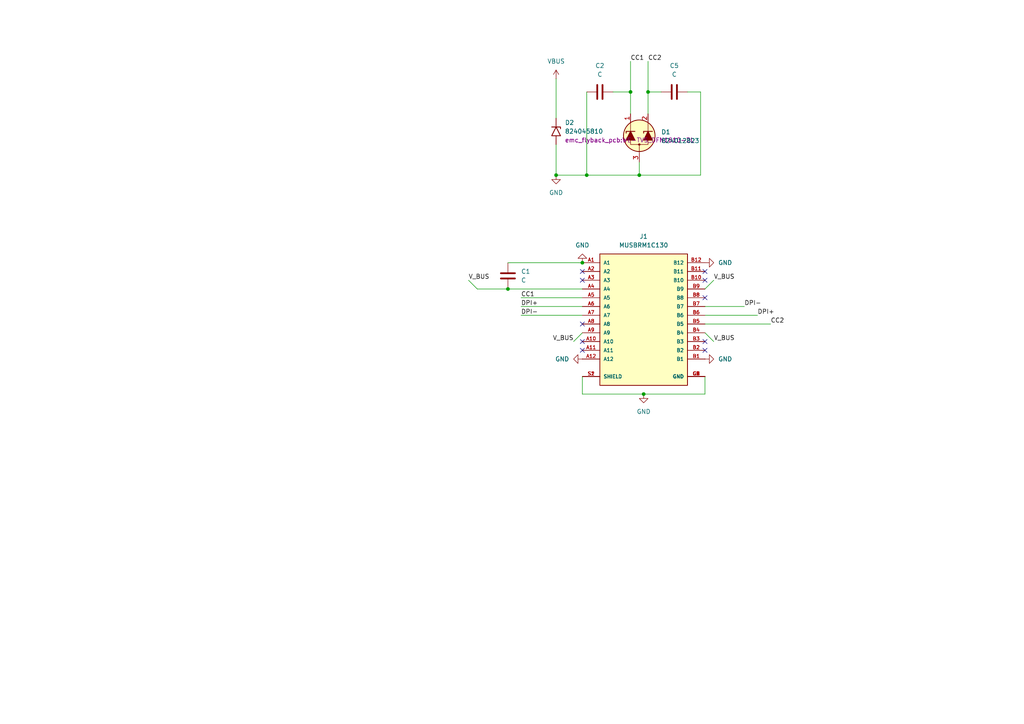
<source format=kicad_sch>
(kicad_sch (version 20231120) (generator "eeschema") (generator_version "8.0")
  (paper "A4")
  (lib_symbols
    (symbol "34654_flyback_pcb:MUSBRM1C130" (pin_names (offset 1.016))
      (property "Reference" "J" (at -12.7 19.05 0))
      (property "Value" "MUSBRM1C130" (at -12.7 -21.59 0))
      (symbol "MUSBRM1C130_0_0"
        (rectangle (start -12.7 -20.32) (end 12.7 17.78) (stroke (width 0.254)) (fill (type background)))
        (pin passive line (at -17.78 15.24 0) (length 5.08) (name "A1") (number "A1"))
        (pin passive line (at -17.78 -7.62 0) (length 5.08) (name "A10") (number "A10"))
        (pin passive line (at -17.78 -10.16 0) (length 5.08) (name "A11") (number "A11"))
        (pin passive line (at -17.78 -12.7 0) (length 5.08) (name "A12") (number "A12"))
        (pin passive line (at -17.78 12.7 0) (length 5.08) (name "A2") (number "A2"))
        (pin passive line (at -17.78 10.16 0) (length 5.08) (name "A3") (number "A3"))
        (pin passive line (at -17.78 7.62 0) (length 5.08) (name "A4") (number "A4"))
        (pin passive line (at -17.78 5.08 0) (length 5.08) (name "A5") (number "A5"))
        (pin passive line (at -17.78 2.54 0) (length 5.08) (name "A6") (number "A6"))
        (pin passive line (at -17.78 0 0) (length 5.08) (name "A7") (number "A7"))
        (pin passive line (at -17.78 -2.54 0) (length 5.08) (name "A8") (number "A8"))
        (pin passive line (at -17.78 -5.08 0) (length 5.08) (name "A9") (number "A9"))
        (pin passive line (at 17.78 -12.7 180) (length 5.08) (name "B1") (number "B1"))
        (pin passive line (at 17.78 10.16 180) (length 5.08) (name "B10") (number "B10"))
        (pin passive line (at 17.78 12.7 180) (length 5.08) (name "B11") (number "B11"))
        (pin passive line (at 17.78 15.24 180) (length 5.08) (name "B12") (number "B12"))
        (pin passive line (at 17.78 -10.16 180) (length 5.08) (name "B2") (number "B2"))
        (pin passive line (at 17.78 -7.62 180) (length 5.08) (name "B3") (number "B3"))
        (pin passive line (at 17.78 -5.08 180) (length 5.08) (name "B4") (number "B4"))
        (pin passive line (at 17.78 -2.54 180) (length 5.08) (name "B5") (number "B5"))
        (pin passive line (at 17.78 0 180) (length 5.08) (name "B6") (number "B6"))
        (pin passive line (at 17.78 2.54 180) (length 5.08) (name "B7") (number "B7"))
        (pin passive line (at 17.78 5.08 180) (length 5.08) (name "B8") (number "B8"))
        (pin passive line (at 17.78 7.62 180) (length 5.08) (name "B9") (number "B9"))
        (pin power_in line (at 17.78 -17.78 180) (length 5.08) (name "GND") (number "G1"))
        (pin power_in line (at 17.78 -17.78 180) (length 5.08) (name "GND") (number "G2"))
        (pin power_in line (at 17.78 -17.78 180) (length 5.08) (name "GND") (number "G3"))
        (pin power_in line (at 17.78 -17.78 180) (length 5.08) (name "GND") (number "G4"))
        (pin power_in line (at 17.78 -17.78 180) (length 5.08) (name "GND") (number "G5"))
        (pin power_in line (at 17.78 -17.78 180) (length 5.08) (name "GND") (number "G6"))
        (pin passive line (at -17.78 -17.78 0) (length 5.08) (name "SHIELD") (number "S1"))
        (pin passive line (at -17.78 -17.78 0) (length 5.08) (name "SHIELD") (number "S2"))
      )
    )
    (symbol "Device:C" (pin_numbers hide) (pin_names (offset 0.254))
      (property "Reference" "C" (at 0.635 2.54 0))
      (property "Value" "C" (at 0.635 -2.54 0))
      (symbol "C_0_1"
        (polyline (pts (xy -2.032 -0.762) (xy 2.032 -0.762)) (stroke (width 0.508)))
        (polyline (pts (xy -2.032 0.762) (xy 2.032 0.762)) (stroke (width 0.508)))
      )
      (symbol "C_1_1"
        (pin passive line (at 0 3.81 270) (length 2.794) (name "~") (number "1"))
        (pin passive line (at 0 -3.81 90) (length 2.794) (name "~") (number "2"))
      )
    )
    (symbol "emc_flyback_pcb:824012823" (pin_names (offset 1.016) hide)
      (property "Reference" "D" (at 0 8.89 0))
      (property "Value" "824012823" (at 0 6.35 0))
      (symbol "824012823_0_1"
        (circle (center -2.54 0) (radius 0.254) (fill (type outline)))
        (polyline (pts (xy -5.08 0) (xy -2.54 0)))
        (polyline (pts (xy 1.27 -2.54) (xy 3.81 -2.54)))
        (polyline (pts (xy 1.27 -1.27) (xy 0.762 -1.27)) (stroke (width 0.254)))
        (polyline (pts (xy 1.27 -1.27) (xy 1.27 -3.81)) (stroke (width 0.254)))
        (polyline (pts (xy 1.27 2.54) (xy 3.81 2.54)))
        (polyline (pts (xy 1.27 3.81) (xy 0.762 3.81)) (stroke (width 0.254)))
        (polyline (pts (xy 1.27 3.81) (xy 1.27 1.27)) (stroke (width 0.254)))
        (polyline (pts (xy -1.27 -2.54) (xy -2.54 -2.54) (xy -2.54 2.54) (xy -1.27 2.54)))
        (circle (center 0 0) (radius 4.572) (stroke (width 0.254)) (fill (type background)))
      )
      (symbol "824012823_0_2"
        (arc (start -2.54 -2.54) (mid 0 -5.0576) (end 2.54 -2.54) (stroke (width 0.254)))
        (polyline (pts (xy -2.54 0) (xy 0 0)))
        (polyline (pts (xy -2.54 2.54) (xy -2.54 -2.54)) (stroke (width 0.254)))
        (polyline (pts (xy -1.27 3.81) (xy -1.27 3.302)) (stroke (width 0.254)))
        (polyline (pts (xy -1.27 3.81) (xy 1.27 3.81)) (stroke (width 0.254)))
        (polyline (pts (xy 0 -5.08) (xy 0 -3.81)))
        (polyline (pts (xy 0 1.27) (xy 0 -1.27)))
        (polyline (pts (xy 0 5.08) (xy 0 3.81)))
        (polyline (pts (xy 1.27 -3.81) (xy -1.27 -3.81)) (stroke (width 0.254)))
        (polyline (pts (xy 1.27 -3.81) (xy 1.27 -3.302)) (stroke (width 0.254)))
        (polyline (pts (xy 2.54 -2.54) (xy 2.54 2.54)) (stroke (width 0.254)))
        (polyline (pts (xy 0 -5.08) (xy -1.016 -4.826) (xy -1.778 -4.318) (xy -2.286 -3.556) (xy -2.54 -3.048) (xy -2.54 2.794) (xy -2.286 3.556) (xy -1.778 4.318) (xy -1.016 4.826) (xy -0.254 5.08) (xy 0.254 5.08) (xy 1.016 4.826) (xy 1.524 4.572) (xy 2.032 4.064) (xy 2.286 3.556) (xy 2.54 2.794) (xy 2.54 -2.794) (xy 2.286 -3.556) (xy 2.032 -4.064) (xy 1.524 -4.572) (xy 1.016 -4.826) (xy 0 -5.08)) (stroke (width 0.01)) (fill (type background)))
        (circle (center 0 0) (radius 0.254) (fill (type outline)))
        (arc (start 2.54 2.54) (mid 0 5.0576) (end -2.54 2.54) (stroke (width 0.254)))
      )
      (symbol "824012823_1_1"
        (polyline (pts (xy -1.27 -2.54) (xy 1.27 -2.54)))
        (polyline (pts (xy -1.27 2.54) (xy 1.27 2.54)))
        (polyline (pts (xy -1.27 -1.27) (xy -1.27 -3.81) (xy 1.27 -2.54) (xy -1.27 -1.27)) (stroke (width 0.254)) (fill (type outline)))
        (polyline (pts (xy -1.27 3.81) (xy -1.27 1.27) (xy 1.27 2.54) (xy -1.27 3.81)) (stroke (width 0.254)) (fill (type outline)))
        (pin passive line (at 6.35 2.54 180) (length 2.54) (name "K1") (number "1"))
        (pin passive line (at 6.35 -2.54 180) (length 2.54) (name "K2") (number "2"))
        (pin passive line (at -7.62 0 0) (length 2.54) (name "A") (number "3"))
      )
      (symbol "824012823_1_2"
        (polyline (pts (xy -1.27 1.27) (xy 1.27 1.27) (xy 0 3.81) (xy -1.27 1.27)) (stroke (width 0.254)) (fill (type outline)))
        (polyline (pts (xy 1.27 -1.27) (xy -1.27 -1.27) (xy 0 -3.81) (xy 1.27 -1.27)) (stroke (width 0.254)) (fill (type outline)))
        (pin passive line (at 0 7.62 270) (length 2.54) (name "K1") (number "1"))
        (pin passive line (at 0 -7.62 90) (length 2.54) (name "K2") (number "2"))
        (pin passive line (at -5.08 0 0) (length 2.54) (name "A") (number "3"))
      )
    )
    (symbol "emc_flyback_pcb:824045810" (pin_numbers hide) (pin_names (offset 1.016) hide)
      (property "Reference" "D" (at 0 2.54 0))
      (property "Value" "824045810" (at 0 -2.54 0))
      (property "Footprint" "emc_flyback_pcb:WE-TVS_DFN1610-2L" (at 0 -5.08 0))
      (symbol "824045810_0_1"
        (polyline (pts (xy -0.762 1.27) (xy -1.27 1.27) (xy -1.27 -1.27)) (stroke (width 0.254)))
        (polyline (pts (xy 1.27 1.27) (xy 1.27 -1.27) (xy -1.27 0) (xy 1.27 1.27)) (stroke (width 0.254)))
      )
      (symbol "824045810_1_1"
        (pin passive line (at -3.81 0 0) (length 2.54) (name "A1") (number "1"))
        (pin passive line (at 3.81 0 180) (length 2.54) (name "A2") (number "2"))
      )
    )
    (symbol "power:GND" (power) (pin_numbers hide) (pin_names (offset 0) hide)
      (property "Value" "GND" (at 0 -3.81 0))
      (symbol "GND_0_1"
        (polyline (pts (xy 0 0) (xy 0 -1.27) (xy 1.27 -1.27) (xy 0 -2.54) (xy -1.27 -1.27) (xy 0 -1.27)))
      )
      (symbol "GND_1_1"
        (pin power_in line (at 0 0 270) (length 0) (name "~") (number "1"))
      )
    )
    (symbol "power:VBUS" (power) (pin_numbers hide) (pin_names (offset 0) hide)
      (property "Value" "VBUS" (at 0 3.556 0))
      (symbol "VBUS_0_1"
        (polyline (pts (xy -0.762 1.27) (xy 0 2.54)))
        (polyline (pts (xy 0 0) (xy 0 2.54)))
        (polyline (pts (xy 0 2.54) (xy 0.762 1.27)))
      )
      (symbol "VBUS_1_1"
        (pin power_in line (at 0 0 90) (length 0) (name "~") (number "1"))
      )
    )
  )
  (junction (at 185.42 50.8))
  (junction (at 187.96 26.67))
  (junction (at 186.69 114.3))
  (junction (at 147.32 83.82))
  (junction (at 168.91 76.2))
  (junction (at 161.29 50.8))
  (junction (at 182.88 26.67))
  (junction (at 170.18 50.8))
  (no_connect (at 204.47 81.28))
  (no_connect (at 204.47 101.6))
  (no_connect (at 168.91 81.28))
  (no_connect (at 168.91 93.98))
  (no_connect (at 204.47 99.06))
  (no_connect (at 204.47 78.74))
  (no_connect (at 204.47 86.36))
  (no_connect (at 168.91 78.74))
  (no_connect (at 168.91 99.06))
  (no_connect (at 168.91 101.6))
  (bus_entry (at 204.47 83.82) (size 2.54 -2.54))
  (bus_entry (at 204.47 96.52) (size 2.54 2.54))
  (bus_entry (at 138.43 83.82) (size -2.54 -2.54))
  (bus_entry (at 168.91 96.52) (size -2.54 2.54))
  (wire (pts (xy 204.47 93.98) (xy 223.52 93.98)))
  (wire (pts (xy 204.47 88.9) (xy 215.9 88.9)))
  (wire (pts (xy 170.18 50.8) (xy 185.42 50.8)))
  (wire (pts (xy 187.96 17.78) (xy 187.96 26.67)))
  (wire (pts (xy 151.13 91.44) (xy 168.91 91.44)))
  (wire (pts (xy 161.29 41.91) (xy 161.29 50.8)))
  (wire (pts (xy 204.47 91.44) (xy 219.71 91.44)))
  (wire (pts (xy 182.88 26.67) (xy 182.88 33.02)))
  (wire (pts (xy 147.32 83.82) (xy 168.91 83.82)))
  (wire (pts (xy 161.29 22.86) (xy 161.29 34.29)))
  (wire (pts (xy 187.96 26.67) (xy 187.96 33.02)))
  (wire (pts (xy 147.32 76.2) (xy 168.91 76.2)))
  (wire (pts (xy 170.18 26.67) (xy 170.18 50.8)))
  (wire (pts (xy 168.91 109.22) (xy 168.91 114.3)))
  (wire (pts (xy 203.2 26.67) (xy 199.39 26.67)))
  (wire (pts (xy 185.42 50.8) (xy 203.2 50.8)))
  (wire (pts (xy 182.88 17.78) (xy 182.88 26.67)))
  (wire (pts (xy 204.47 114.3) (xy 186.69 114.3)))
  (wire (pts (xy 186.69 114.3) (xy 168.91 114.3)))
  (wire (pts (xy 177.8 26.67) (xy 182.88 26.67)))
  (wire (pts (xy 204.47 109.22) (xy 204.47 114.3)))
  (wire (pts (xy 185.42 46.99) (xy 185.42 50.8)))
  (wire (pts (xy 203.2 50.8) (xy 203.2 26.67)))
  (wire (pts (xy 187.96 26.67) (xy 191.77 26.67)))
  (wire (pts (xy 161.29 50.8) (xy 170.18 50.8)))
  (wire (pts (xy 151.13 86.36) (xy 168.91 86.36)))
  (wire (pts (xy 138.43 83.82) (xy 147.32 83.82)))
  (wire (pts (xy 151.13 88.9) (xy 168.91 88.9)))
  (label "CC2" (at 187.96 17.78 0))
  (label "CC1" (at 182.88 17.78 0))
  (label "V_BUS" (at 207.01 81.28 0))
  (label "V_BUS" (at 207.01 99.06 0))
  (label "DPI+" (at 219.71 91.44 0))
  (label "V_BUS" (at 135.89 81.28 0))
  (label "DPI-" (at 151.13 91.44 0))
  (label "DPI-" (at 215.9 88.9 0))
  (label "CC2" (at 223.52 93.98 0))
  (label "DPI+" (at 151.13 88.9 0))
  (label "V_BUS" (at 166.37 99.06 180))
  (label "CC1" (at 151.13 86.36 0))
  (symbol (lib_id "Device:C") (at 195.58 26.67 90) (unit 1)
    (property "Reference" "C5" (at 195.58 19.05 90))
    (property "Value" "C" (at 195.58 21.59 90))
    (property "Footprint" "Capacitor_SMD:C_0603_1608Metric" (effects (hide yes)))
    (property "Description" "Unpolarized capacitor" (effects (hide yes)))
  )
  (symbol (lib_id "power:GND") (at 204.47 104.14 90) (unit 1)
    (property "Reference" "#PWR03" (effects (hide yes)))
    (property "Value" "GND" (at 208.28 104.1399 90) (effects (justify right)))
    (property "Description" "Power symbol creates a global label with name \"GND\" , ground" (effects (hide yes)))
  )
  (symbol (lib_id "emc_flyback_pcb:824045810") (at 161.29 38.1 270) (unit 1)
    (property "Reference" "D2" (at 163.83 35.5599 90) (effects (justify left)))
    (property "Value" "824045810" (at 163.83 38.0999 90) (effects (justify left)))
    (property "Footprint" "emc_flyback_pcb:WE-TVS_DFN1610-2L" (at 163.83 40.6399 90) (effects (justify left)))
    (property "Datasheet" "https://eu.mouser.com/ProductDetail/Wurth-Elektronik/824045810?qs=1Kr7Jg1SGW86CbQtiVw09Q%3D%3D" (effects (hide yes)))
    (property "Description" "20V unidirectional ESD Protection Diodes,  ipp:24 A, SMD/SMT, breakdown:  22.8 V" (effects (hide yes)))
  )
  (symbol (lib_id "Device:C") (at 147.32 80.01 0) (unit 1)
    (property "Reference" "C1" (at 151.13 78.7399 0) (effects (justify left)))
    (property "Value" "C" (at 151.13 81.2799 0) (effects (justify left)))
    (property "Footprint" "Capacitor_SMD:C_0603_1608Metric" (effects (hide yes)))
    (property "Description" "Unpolarized capacitor" (effects (hide yes)))
  )
  (symbol (lib_id "power:GND") (at 186.69 114.3 0) (unit 1)
    (property "Reference" "#PWR05" (effects (hide yes)))
    (property "Value" "GND" (at 186.69 119.38 0))
    (property "Description" "Power symbol creates a global label with name \"GND\" , ground" (effects (hide yes)))
  )
  (symbol (lib_id "power:GND") (at 204.47 76.2 90) (unit 1)
    (property "Reference" "#PWR01" (effects (hide yes)))
    (property "Value" "GND" (at 208.28 76.1999 90) (effects (justify right)))
    (property "Description" "Power symbol creates a global label with name \"GND\" , ground" (effects (hide yes)))
  )
  (symbol (lib_id "emc_flyback_pcb:824012823") (at 185.42 39.37 90) (unit 1)
    (property "Reference" "D1" (at 191.77 38.2904 90) (effects (justify right)))
    (property "Value" "824012823" (at 191.77 40.8304 90) (effects (justify right)))
    (property "Footprint" "emc_flyback_pcb:WE-TVS_DFN1210-6L" (effects (hide yes)))
    (property "Datasheet" "https://www.we-online.com/components/products/datasheet/824012823.pdf" (effects (hide yes)))
    (property "Description" "ESD Protection Diodes / TVS Diodes WE-TVS Diode Array 3.3V 0.18pF 2Channel / DFN-1210-6 package" (effects (hide yes)))
  )
  (symbol (lib_id "power:VBUS") (at 161.29 22.86 0) (unit 1)
    (property "Reference" "#PWR010" (effects (hide yes)))
    (property "Value" "VBUS" (at 161.29 17.78 0))
    (property "Description" "Power symbol creates a global label with name \"VBUS\"" (effects (hide yes)))
  )
  (symbol (lib_id "power:GND") (at 161.29 50.8 0) (unit 1)
    (property "Reference" "#PWR011" (effects (hide yes)))
    (property "Value" "GND" (at 161.29 55.88 0))
    (property "Description" "Power symbol creates a global label with name \"GND\" , ground" (effects (hide yes)))
  )
  (symbol (lib_id "Device:C") (at 173.99 26.67 90) (unit 1)
    (property "Reference" "C2" (at 173.99 19.05 90))
    (property "Value" "C" (at 173.99 21.59 90))
    (property "Footprint" "Capacitor_SMD:C_0603_1608Metric" (effects (hide yes)))
    (property "Description" "Unpolarized capacitor" (effects (hide yes)))
  )
  (symbol (lib_id "34654_flyback_pcb:MUSBRM1C130") (at 186.69 91.44 0) (unit 1)
    (property "Reference" "J1" (at 186.69 68.58 0))
    (property "Value" "MUSBRM1C130" (at 186.69 71.12 0))
    (property "Footprint" "MUSBRM1C130:AMPHENOL_MUSBRM1C130" (effects (hide yes)))
    (property "MF" "Amphenol ICC" (effects (hide yes)))
    (property "MAXIMUM_PACKAGE_HEIGHT" "9.05 mm" (effects (hide yes)))
    (property "Package" "None" (effects (hide yes)))
    (property "Price" "None" (effects (hide yes)))
    (property "Check_prices" "https://www.snapeda.com/parts/MUSBRM1C130/Amphenol+FCI/view-part/?ref=eda" (effects (hide yes)))
    (property "STANDARD" "Manufacturer Recommendations" (effects (hide yes)))
    (property "PARTREV" "F" (effects (hide yes)))
    (property "SnapEDA_Link" "https://www.snapeda.com/parts/MUSBRM1C130/Amphenol+FCI/view-part/?ref=snap" (effects (hide yes)))
    (property "MP" "MUSBRM1C130" (effects (hide yes)))
    (property "Description_1" "\nRugged USB Type C, Input Output Connector, IP67, Right Angle, Unified Thread, no dust cover\n" (effects (hide yes)))
    (property "Availability" "In Stock" (effects (hide yes)))
    (property "MANUFACTURER" "Amphenol" (effects (hide yes)))
  )
  (symbol (lib_id "power:GND") (at 168.91 104.14 270) (unit 1)
    (property "Reference" "#PWR04" (effects (hide yes)))
    (property "Value" "GND" (at 165.1 104.1399 90) (effects (justify right)))
    (property "Description" "Power symbol creates a global label with name \"GND\" , ground" (effects (hide yes)))
  )
  (symbol (lib_id "power:GND") (at 168.91 76.2 180) (unit 1)
    (property "Reference" "#PWR02" (effects (hide yes)))
    (property "Value" "GND" (at 168.91 71.12 0))
    (property "Description" "Power symbol creates a global label with name \"GND\" , ground" (effects (hide yes)))
  )
)
</source>
